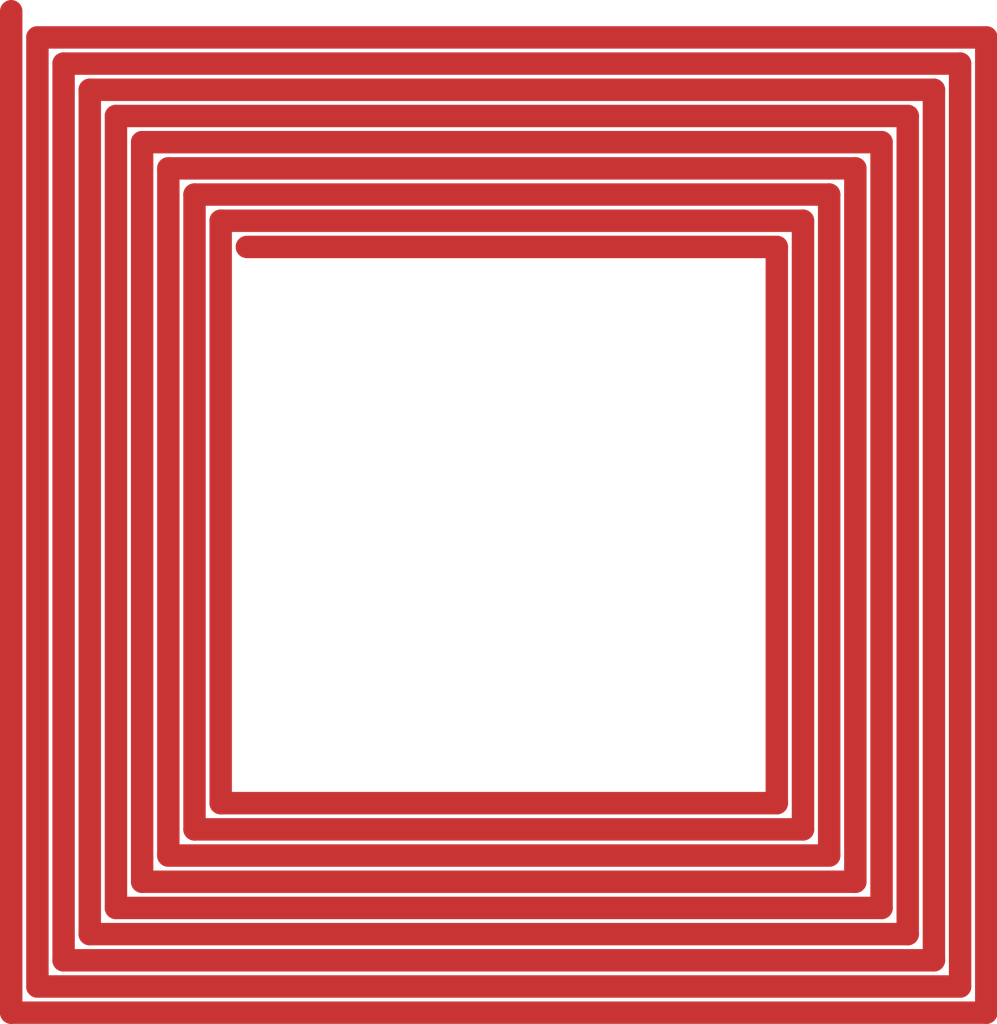
<source format=kicad_pcb>
(kicad_pcb
	(version 20240108)
	(generator "pcbnew")
	(generator_version "8.0")
	(general
		(thickness 1.6)
		(legacy_teardrops no)
	)
	(paper "A4")
	(layers
		(0 "F.Cu" signal)
		(31 "B.Cu" signal)
		(32 "B.Adhes" user "B.Adhesive")
		(33 "F.Adhes" user "F.Adhesive")
		(34 "B.Paste" user)
		(35 "F.Paste" user)
		(36 "B.SilkS" user "B.Silkscreen")
		(37 "F.SilkS" user "F.Silkscreen")
		(38 "B.Mask" user)
		(39 "F.Mask" user)
		(40 "Dwgs.User" user "User.Drawings")
		(41 "Cmts.User" user "User.Comments")
		(42 "Eco1.User" user "User.Eco1")
		(43 "Eco2.User" user "User.Eco2")
		(44 "Edge.Cuts" user)
		(45 "Margin" user)
		(46 "B.CrtYd" user "B.Courtyard")
		(47 "F.CrtYd" user "F.Courtyard")
		(48 "B.Fab" user)
		(49 "F.Fab" user)
		(50 "User.1" user)
		(51 "User.2" user)
		(52 "User.3" user)
		(53 "User.4" user)
		(54 "User.5" user)
		(55 "User.6" user)
		(56 "User.7" user)
		(57 "User.8" user)
		(58 "User.9" user)
	)
	(setup
		(pad_to_mask_clearance 0)
		(allow_soldermask_bridges_in_footprints no)
		(pcbplotparams
			(layerselection 0x00010fc_ffffffff)
			(plot_on_all_layers_selection 0x0000000_00000000)
			(disableapertmacros no)
			(usegerberextensions no)
			(usegerberattributes yes)
			(usegerberadvancedattributes yes)
			(creategerberjobfile yes)
			(dashed_line_dash_ratio 12.000000)
			(dashed_line_gap_ratio 3.000000)
			(svgprecision 4)
			(plotframeref no)
			(viasonmask no)
			(mode 1)
			(useauxorigin no)
			(hpglpennumber 1)
			(hpglpenspeed 20)
			(hpglpendiameter 15.000000)
			(pdf_front_fp_property_popups yes)
			(pdf_back_fp_property_popups yes)
			(dxfpolygonmode yes)
			(dxfimperialunits yes)
			(dxfusepcbnewfont yes)
			(psnegative no)
			(psa4output no)
			(plotreference yes)
			(plotvalue yes)
			(plotfptext yes)
			(plotinvisibletext no)
			(sketchpadsonfab no)
			(subtractmaskfromsilk no)
			(outputformat 1)
			(mirror no)
			(drillshape 1)
			(scaleselection 1)
			(outputdirectory "")
		)
	)
	(net 0 "")
	(segment
		(start 161.15 88.85)
		(end 139.9 88.85)
		(width 0.9)
		(layer "F.Cu")
		(net 0)
		(uuid "0247038b-6912-4a01-9ae7-cb733cffd6e4")
	)
	(segment
		(start 168.5 118.5)
		(end 168.5 81.5)
		(width 0.9)
		(layer "F.Cu")
		(net 0)
		(uuid "05bf28fd-4381-4e1a-9329-987726461cd7")
	)
	(segment
		(start 165.35 115.35)
		(end 165.35 84.65)
		(width 0.9)
		(layer "F.Cu")
		(net 0)
		(uuid "07ab2732-9fcf-4301-86ed-f59e91ff330b")
	)
	(segment
		(start 136.75 85.7)
		(end 136.75 113.25)
		(width 0.9)
		(layer "F.Cu")
		(net 0)
		(uuid "0fa100d8-97a9-4471-8ebe-3908f687f2d5")
	)
	(segment
		(start 167.45 117.45)
		(end 167.45 82.55)
		(width 0.9)
		(layer "F.Cu")
		(net 0)
		(uuid "3b7aae81-f974-4653-a42a-1b12dea9917a")
	)
	(segment
		(start 161.15 111.15)
		(end 161.15 88.85)
		(width 0.9)
		(layer "F.Cu")
		(net 0)
		(uuid "42f55387-4050-4b18-807d-08279bfe101b")
	)
	(segment
		(start 166.4 83.6)
		(end 134.65 83.6)
		(width 0.9)
		(layer "F.Cu")
		(net 0)
		(uuid "456fe63d-7b62-4f06-9585-7df3e152623a")
	)
	(segment
		(start 169.55 80.45)
		(end 131.5 80.45)
		(width 0.9)
		(layer "F.Cu")
		(net 0)
		(uuid "4bfa378e-7125-43e3-9246-d3a4e9a7a6dc")
	)
	(segment
		(start 165.35 84.65)
		(end 135.7 84.65)
		(width 0.9)
		(layer "F.Cu")
		(net 0)
		(uuid "512f3968-1b3b-400d-906a-92afce98afd9")
	)
	(segment
		(start 137.8 112.2)
		(end 162.2 112.2)
		(width 0.9)
		(layer "F.Cu")
		(net 0)
		(uuid "5b1b0bda-d3e4-4472-81f6-a2b549d52a38")
	)
	(segment
		(start 137.8 86.75)
		(end 137.8 112.2)
		(width 0.9)
		(layer "F.Cu")
		(net 0)
		(uuid "62266564-5516-4bf8-bdc0-0dad8d90b4d9")
	)
	(segment
		(start 164.3 114.3)
		(end 164.3 85.7)
		(width 0.9)
		(layer "F.Cu")
		(net 0)
		(uuid "633a8926-4e58-4318-ba2e-41201526a038")
	)
	(segment
		(start 130.449999 79.4)
		(end 130.449999 119.55)
		(width 0.9)
		(layer "F.Cu")
		(net 0)
		(uuid "729057f4-924a-423d-98c4-d82a55117dce")
	)
	(segment
		(start 135.7 84.65)
		(end 135.7 114.3)
		(width 0.9)
		(layer "F.Cu")
		(net 0)
		(uuid "7591bf46-0849-4d2a-90cf-448c83c68ec1")
	)
	(segment
		(start 163.25 86.75)
		(end 137.8 86.75)
		(width 0.9)
		(layer "F.Cu")
		(net 0)
		(uuid "8fa7a56c-110f-41c6-8448-58affa57b8cb")
	)
	(segment
		(start 135.7 114.3)
		(end 164.3 114.3)
		(width 0.9)
		(layer "F.Cu")
		(net 0)
		(uuid "938caee6-8a8c-4804-8ca7-b2d4b6e28ffc")
	)
	(segment
		(start 167.45 82.55)
		(end 133.6 82.55)
		(width 0.9)
		(layer "F.Cu")
		(net 0)
		(uuid "978c3774-1c89-4176-a4ed-854511c97975")
	)
	(segment
		(start 132.55 117.45)
		(end 167.45 117.45)
		(width 0.9)
		(layer "F.Cu")
		(net 0)
		(uuid "9c63e8f7-8788-4a98-a5b8-216930a373c3")
	)
	(segment
		(start 132.55 81.5)
		(end 132.55 117.45)
		(width 0.9)
		(layer "F.Cu")
		(net 0)
		(uuid "9cb902bb-0931-446a-8537-fa2fba5140e3")
	)
	(segment
		(start 134.65 115.35)
		(end 165.35 115.35)
		(width 0.9)
		(layer "F.Cu")
		(net 0)
		(uuid "ad65e3f4-dd5b-4e63-a573-f73b27f380e4")
	)
	(segment
		(start 136.75 113.25)
		(end 163.25 113.25)
		(width 0.9)
		(layer "F.Cu")
		(net 0)
		(uuid "aef463da-dc97-4ee5-8df3-98a1adea2feb")
	)
	(segment
		(start 138.85 87.8)
		(end 138.85 111.15)
		(width 0.9)
		(layer "F.Cu")
		(net 0)
		(uuid "b6500cd9-6e83-492f-84c7-a152606d36b7")
	)
	(segment
		(start 166.4 116.4)
		(end 166.4 83.6)
		(width 0.9)
		(layer "F.Cu")
		(net 0)
		(uuid "bdf3115e-83d1-4f95-8cb9-9095405dd975")
	)
	(segment
		(start 131.5 80.45)
		(end 131.5 118.5)
		(width 0.9)
		(layer "F.Cu")
		(net 0)
		(uuid "be612a32-759f-4f4a-a546-c133e9f80727")
	)
	(segment
		(start 168.5 81.5)
		(end 132.55 81.5)
		(width 0.9)
		(layer "F.Cu")
		(net 0)
		(uuid "c05b5f99-7c8e-487e-b688-2c75c1794cef")
	)
	(segment
		(start 164.3 85.7)
		(end 136.75 85.7)
		(width 0.9)
		(layer "F.Cu")
		(net 0)
		(uuid "d08e3235-45a6-4bc8-a60e-83258678b25d")
	)
	(segment
		(start 133.6 116.4)
		(end 166.4 116.4)
		(width 0.9)
		(layer "F.Cu")
		(net 0)
		(uuid "d8d2e4db-a2b6-4e29-9d80-ba2f1020b159")
	)
	(segment
		(start 163.25 113.25)
		(end 163.25 86.75)
		(width 0.9)
		(layer "F.Cu")
		(net 0)
		(uuid "da62d805-3ee8-4b9f-b872-1e8757503804")
	)
	(segment
		(start 162.2 87.8)
		(end 138.85 87.8)
		(width 0.9)
		(layer "F.Cu")
		(net 0)
		(uuid "e7adf63b-8694-409f-8a19-2d9e8e9bc903")
	)
	(segment
		(start 169.55 119.55)
		(end 169.55 80.45)
		(width 0.9)
		(layer "F.Cu")
		(net 0)
		(uuid "ec3ad55d-ae60-4f5f-b52a-c8d5bb3c69c2")
	)
	(segment
		(start 134.65 83.6)
		(end 134.65 115.35)
		(width 0.9)
		(layer "F.Cu")
		(net 0)
		(uuid "f0c4f078-5a3b-40de-8cbd-2d05ec684fd6")
	)
	(segment
		(start 133.6 82.55)
		(end 133.6 116.4)
		(width 0.9)
		(layer "F.Cu")
		(net 0)
		(uuid "f0f7cdfb-0a61-4cf9-bb28-ae16492089b9")
	)
	(segment
		(start 130.449999 119.55)
		(end 169.55 119.55)
		(width 0.9)
		(layer "F.Cu")
		(net 0)
		(uuid "f1575186-bebf-428e-87ea-d29e1f9bd5c4")
	)
	(segment
		(start 131.5 118.5)
		(end 168.5 118.5)
		(width 0.9)
		(layer "F.Cu")
		(net 0)
		(uuid "f1c76c67-35cd-48cc-a9aa-1cdf91704749")
	)
	(segment
		(start 138.85 111.15)
		(end 161.15 111.15)
		(width 0.9)
		(layer "F.Cu")
		(net 0)
		(uuid "f2e11c09-9f96-4e1a-b7cc-db342b139391")
	)
	(segment
		(start 162.2 112.2)
		(end 162.2 87.8)
		(width 0.9)
		(layer "F.Cu")
		(net 0)
		(uuid "f9fa2428-1a92-44fa-be43-c62153b3e519")
	)
)

</source>
